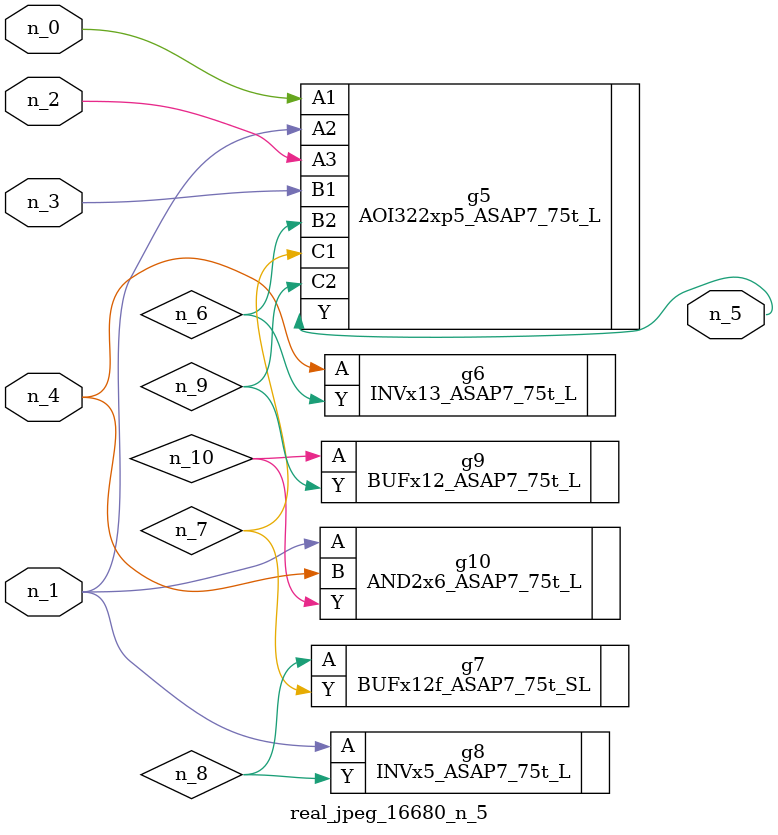
<source format=v>
module real_jpeg_16680_n_5 (n_4, n_0, n_1, n_2, n_3, n_5);

input n_4;
input n_0;
input n_1;
input n_2;
input n_3;

output n_5;

wire n_8;
wire n_6;
wire n_7;
wire n_10;
wire n_9;

AOI322xp5_ASAP7_75t_L g5 ( 
.A1(n_0),
.A2(n_1),
.A3(n_2),
.B1(n_3),
.B2(n_6),
.C1(n_7),
.C2(n_9),
.Y(n_5)
);

INVx5_ASAP7_75t_L g8 ( 
.A(n_1),
.Y(n_8)
);

AND2x6_ASAP7_75t_L g10 ( 
.A(n_1),
.B(n_4),
.Y(n_10)
);

INVx13_ASAP7_75t_L g6 ( 
.A(n_4),
.Y(n_6)
);

BUFx12f_ASAP7_75t_SL g7 ( 
.A(n_8),
.Y(n_7)
);

BUFx12_ASAP7_75t_L g9 ( 
.A(n_10),
.Y(n_9)
);


endmodule
</source>
